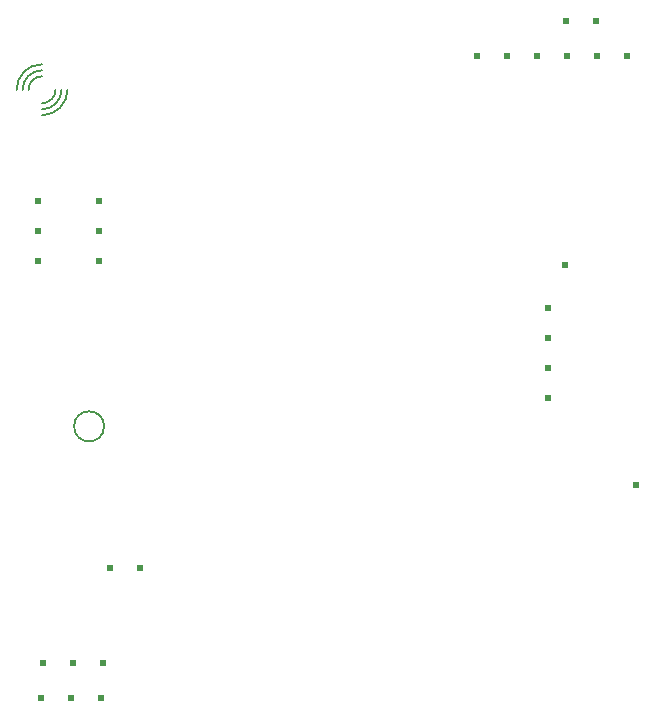
<source format=gbr>
G04 DipTrace 2.4.0.2*
%INTopAssy.gbr*%
%MOMM*%
%ADD19C,0.203*%
%ADD23C,0.152*%
%FSLAX53Y53*%
G04*
G71*
G90*
G75*
G01*
%LNTopAssy*%
%LPD*%
X8230Y29750D2*
D19*
G02X8230Y29750I1270J0D01*
G01*
G36*
X5421Y48536D2*
X4913D1*
Y49044D1*
X5421D1*
Y48536D1*
G37*
G36*
Y45996D2*
X4913D1*
Y46504D1*
X5421D1*
Y45996D1*
G37*
G36*
Y43456D2*
X4913D1*
Y43964D1*
X5421D1*
Y43456D1*
G37*
G36*
X10587Y48536D2*
X10079D1*
Y49044D1*
X10587D1*
Y48536D1*
G37*
G36*
Y45996D2*
X10079D1*
Y46504D1*
X10587D1*
Y45996D1*
G37*
G36*
Y43456D2*
X10079D1*
Y43964D1*
X10587D1*
Y43456D1*
G37*
G36*
X13516Y17496D2*
X14024D1*
Y18004D1*
X13516D1*
Y17496D1*
G37*
G36*
X10976D2*
X11484D1*
Y18004D1*
X10976D1*
Y17496D1*
G37*
X6659Y58250D2*
D23*
G02X5516Y57107I-1142J-1D01*
G01*
Y59393D2*
G03X4373Y58250I0J-1143D01*
G01*
X7167D2*
G02X5516Y56599I-1651J0D01*
G01*
Y59901D2*
G03X3865Y58250I1J-1651D01*
G01*
X7675D2*
G02X5516Y56091I-2159J0D01*
G01*
Y60409D2*
G03X3357Y58250I0J-2159D01*
G01*
G36*
X52183Y63829D2*
X52691D1*
Y64337D1*
X52183D1*
Y63829D1*
G37*
G36*
X49643D2*
X50151D1*
Y64337D1*
X49643D1*
Y63829D1*
G37*
G36*
X52222Y60829D2*
X52731D1*
Y61337D1*
X52222D1*
Y60829D1*
G37*
G36*
X49683D2*
X50191D1*
Y61337D1*
X49683D1*
Y60829D1*
G37*
G36*
X47143D2*
X47650D1*
Y61337D1*
X47143D1*
Y60829D1*
G37*
G36*
X44602D2*
X45111D1*
Y61337D1*
X44602D1*
Y60829D1*
G37*
G36*
X42063D2*
X42571D1*
Y61337D1*
X42063D1*
Y60829D1*
G37*
G36*
X54763D2*
X55270D1*
Y61337D1*
X54763D1*
Y60829D1*
G37*
G36*
X48587Y39473D2*
X48079D1*
Y39981D1*
X48587D1*
Y39473D1*
G37*
G36*
Y36933D2*
X48079D1*
Y37441D1*
X48587D1*
Y36933D1*
G37*
G36*
Y34393D2*
X48079D1*
Y34901D1*
X48587D1*
Y34393D1*
G37*
G36*
Y31853D2*
X48079D1*
Y32361D1*
X48587D1*
Y31853D1*
G37*
G36*
X49579Y43163D2*
X50087D1*
Y43671D1*
X49579D1*
Y43163D1*
G37*
G36*
X55579Y24496D2*
X56087D1*
Y25004D1*
X55579D1*
Y24496D1*
G37*
G36*
X5881Y10004D2*
X5372D1*
Y9496D1*
X5881D1*
Y10004D1*
G37*
G36*
X8420D2*
X7913D1*
Y9496D1*
X8420D1*
Y10004D1*
G37*
G36*
X10961D2*
X10453D1*
Y9496D1*
X10961D1*
Y10004D1*
G37*
G36*
X5714Y7004D2*
X5206D1*
Y6496D1*
X5714D1*
Y7004D1*
G37*
G36*
X8254D2*
X7746D1*
Y6496D1*
X8254D1*
Y7004D1*
G37*
G36*
X10794D2*
X10286D1*
Y6496D1*
X10794D1*
Y7004D1*
G37*
M02*

</source>
